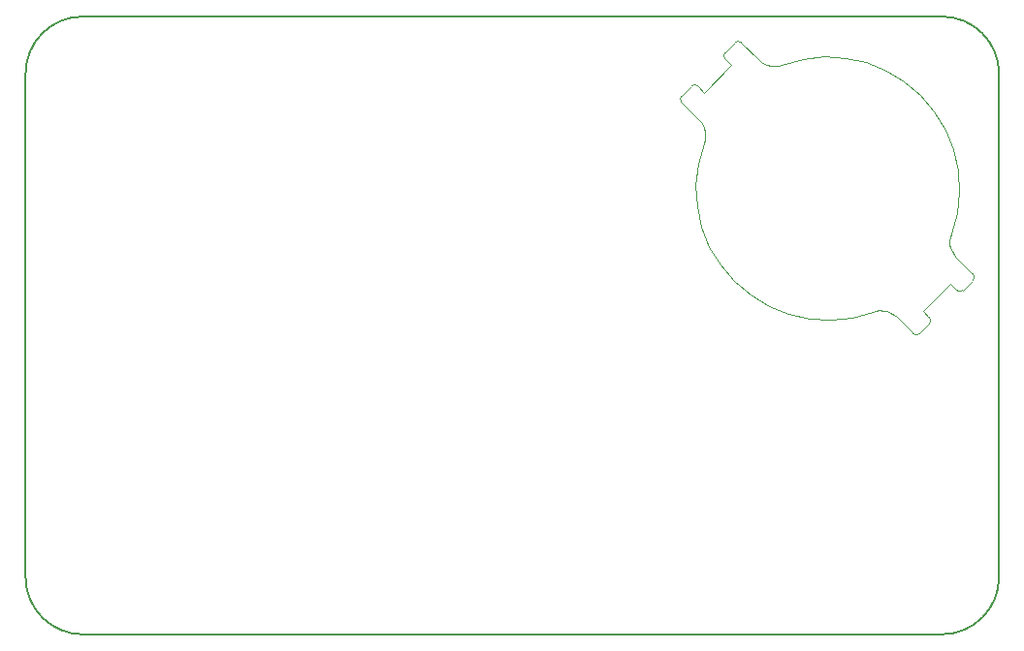
<source format=gbr>
%TF.GenerationSoftware,KiCad,Pcbnew,9.0.2*%
%TF.CreationDate,2025-10-14T01:01:49+02:00*%
%TF.ProjectId,Yet_Another_Business_Card,5965745f-416e-46f7-9468-65725f427573,rev?*%
%TF.SameCoordinates,Original*%
%TF.FileFunction,Profile,NP*%
%FSLAX46Y46*%
G04 Gerber Fmt 4.6, Leading zero omitted, Abs format (unit mm)*
G04 Created by KiCad (PCBNEW 9.0.2) date 2025-10-14 01:01:49*
%MOMM*%
%LPD*%
G01*
G04 APERTURE LIST*
%TA.AperFunction,Profile*%
%ADD10C,0.200000*%
%TD*%
%TA.AperFunction,Profile*%
%ADD11C,0.100000*%
%TD*%
G04 APERTURE END LIST*
D10*
X206200000Y-62300000D02*
X206200000Y-106300000D01*
X121200000Y-62300000D02*
G75*
G02*
X126200000Y-57300000I5000000J0D01*
G01*
X126200000Y-111300000D02*
G75*
G02*
X121200000Y-106300000I0J5000000D01*
G01*
X206200000Y-106300000D02*
G75*
G02*
X201200000Y-111300000I-5000000J0D01*
G01*
X126200000Y-57300000D02*
X201200000Y-57300000D01*
X201200000Y-57300000D02*
G75*
G02*
X206200000Y-62300000I0J-5000000D01*
G01*
X121200000Y-106300000D02*
X121200000Y-62300000D01*
X201200000Y-111300000D02*
X126200000Y-111300000D01*
D11*
%TO.C,BT1*%
X178482756Y-64228305D02*
X179331249Y-63379812D01*
X179703924Y-71999646D02*
X179903544Y-70145919D01*
X179806475Y-73861270D02*
X179703924Y-71999646D01*
X179896934Y-63379812D02*
X180462620Y-63945497D01*
X179903544Y-70145919D02*
X180400089Y-68348810D01*
X179936058Y-66247433D02*
X178482756Y-64793990D01*
X180145997Y-66494545D02*
X179936058Y-66247433D01*
X180208502Y-75681855D02*
X179806475Y-73861270D01*
X180313247Y-66772334D02*
X180145997Y-66494545D01*
X180400089Y-68348810D02*
X180486445Y-68036270D01*
X180433410Y-67073498D02*
X180313247Y-66772334D01*
X180462620Y-63945497D02*
X182845569Y-61562548D01*
X180486445Y-68036270D02*
X180521162Y-67713882D01*
X180503327Y-67390122D02*
X180433410Y-67073498D01*
X180521162Y-67713882D02*
X180503327Y-67390122D01*
X180899437Y-77413549D02*
X180208502Y-75681855D01*
X181861121Y-79010835D02*
X180899437Y-77413549D01*
X182279883Y-60431177D02*
X183128376Y-59582685D01*
X182845569Y-61562548D02*
X182279883Y-60996863D01*
X183068273Y-80431727D02*
X181861121Y-79010835D01*
X183694062Y-59582685D02*
X185147434Y-61036057D01*
X184489166Y-81638880D02*
X183068273Y-80431727D01*
X185147434Y-61036057D02*
X185394546Y-61245996D01*
X185394546Y-61245996D02*
X185672335Y-61413246D01*
X185672335Y-61413246D02*
X185973499Y-61533409D01*
X185973499Y-61533409D02*
X186290123Y-61603326D01*
X186086452Y-82600564D02*
X184489166Y-81638880D01*
X186290123Y-61603326D02*
X186613883Y-61621161D01*
X186613883Y-61621161D02*
X186936271Y-61586444D01*
X186936271Y-61586444D02*
X187248811Y-61500089D01*
X187248811Y-61500089D02*
X189045919Y-61003543D01*
X187818146Y-83291498D02*
X186086452Y-82600564D01*
X189045919Y-61003543D02*
X190899647Y-60803924D01*
X189638731Y-83693525D02*
X187818146Y-83291498D01*
X190899647Y-60803924D02*
X192761271Y-60906475D01*
X191500354Y-83796076D02*
X189638731Y-83693525D01*
X192761271Y-60906475D02*
X194581856Y-61308502D01*
X193354082Y-83596457D02*
X191500354Y-83796076D01*
X194581856Y-61308502D02*
X196313549Y-61999436D01*
X195151190Y-83099911D02*
X193354082Y-83596457D01*
X195463731Y-83013556D02*
X195151190Y-83099911D01*
X195786119Y-82978839D02*
X195463731Y-83013556D01*
X196109879Y-82996674D02*
X195786119Y-82978839D01*
X196313549Y-61999436D02*
X197910836Y-62961120D01*
X196426503Y-83066591D02*
X196109879Y-82996674D01*
X196727667Y-83186754D02*
X196426503Y-83066591D01*
X197005456Y-83354004D02*
X196727667Y-83186754D01*
X197252567Y-83563943D02*
X197005456Y-83354004D01*
X197910836Y-62961120D02*
X199331728Y-64168272D01*
X198707499Y-85015755D02*
X197252567Y-83563943D01*
X199331728Y-64168272D02*
X200538881Y-65589165D01*
X199554503Y-83037380D02*
X200120117Y-83603137D01*
X200121677Y-84167262D02*
X199273184Y-85015755D01*
X200538881Y-65589165D02*
X201500564Y-67186451D01*
X201500564Y-67186451D02*
X202191499Y-68918145D01*
X201878840Y-76886118D02*
X201896674Y-77209878D01*
X201896674Y-77209878D02*
X201966592Y-77526502D01*
X201913557Y-76563730D02*
X201878840Y-76886118D01*
X201937452Y-80654431D02*
X199554503Y-83037380D01*
X201966592Y-77526502D02*
X202086755Y-77827666D01*
X201999912Y-76251190D02*
X201913557Y-76563730D01*
X202086755Y-77827666D02*
X202254004Y-78105455D01*
X202191499Y-68918145D02*
X202593526Y-70738730D01*
X202254004Y-78105455D02*
X202463944Y-78352567D01*
X202463944Y-78352567D02*
X203917315Y-79805938D01*
X202496457Y-74454081D02*
X201999912Y-76251190D01*
X202503137Y-81220117D02*
X201937452Y-80654431D01*
X202593526Y-70738730D02*
X202696077Y-72600354D01*
X202696077Y-72600354D02*
X202496457Y-74454081D01*
X203917315Y-80371624D02*
X203068823Y-81220117D01*
X178482756Y-64793990D02*
G75*
G02*
X178482755Y-64228304I282841J282843D01*
G01*
X179331249Y-63379812D02*
G75*
G02*
X179896933Y-63379812I282842J-282841D01*
G01*
X182279883Y-60996863D02*
G75*
G02*
X182279883Y-60431177I282842J282843D01*
G01*
X183128376Y-59582685D02*
G75*
G02*
X183694062Y-59582685I282843J-282841D01*
G01*
X199273184Y-85015755D02*
G75*
G02*
X198707494Y-85015760I-282847J282838D01*
G01*
X200120117Y-83603137D02*
G75*
G02*
X200120082Y-84168788I-282808J-282808D01*
G01*
X203068823Y-81220117D02*
G75*
G02*
X202503137Y-81220117I-282843J282843D01*
G01*
X203917315Y-79805938D02*
G75*
G02*
X203917315Y-80371624I-282842J-282843D01*
G01*
%TD*%
M02*

</source>
